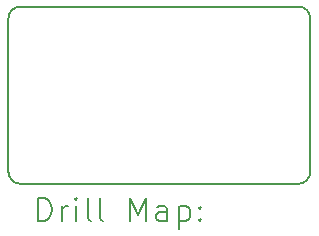
<source format=gbr>
%FSLAX45Y45*%
G04 Gerber Fmt 4.5, Leading zero omitted, Abs format (unit mm)*
G04 Created by KiCad (PCBNEW (6.0.0-0)) date 2022-08-03 15:32:23*
%MOMM*%
%LPD*%
G01*
G04 APERTURE LIST*
%TA.AperFunction,Profile*%
%ADD10C,0.150000*%
%TD*%
%ADD11C,0.200000*%
G04 APERTURE END LIST*
D10*
X19480200Y-5222200D02*
X21835000Y-5222200D01*
X21935000Y-5322200D02*
X21935000Y-6622200D01*
X21835000Y-6722200D02*
X19480200Y-6722200D01*
X19380200Y-6622200D02*
X19380200Y-5322200D01*
X21935000Y-5322200D02*
G75*
G03*
X21835000Y-5222200I-100000J0D01*
G01*
X19480200Y-5222200D02*
G75*
G03*
X19380200Y-5322200I0J-100000D01*
G01*
X19380200Y-6622200D02*
G75*
G03*
X19480200Y-6722200I100000J0D01*
G01*
X21835000Y-6722200D02*
G75*
G03*
X21935000Y-6622200I0J100000D01*
G01*
D11*
X19630319Y-7040176D02*
X19630319Y-6840176D01*
X19677938Y-6840176D01*
X19706510Y-6849700D01*
X19725557Y-6868748D01*
X19735081Y-6887795D01*
X19744605Y-6925890D01*
X19744605Y-6954462D01*
X19735081Y-6992557D01*
X19725557Y-7011605D01*
X19706510Y-7030652D01*
X19677938Y-7040176D01*
X19630319Y-7040176D01*
X19830319Y-7040176D02*
X19830319Y-6906843D01*
X19830319Y-6944938D02*
X19839843Y-6925890D01*
X19849367Y-6916367D01*
X19868414Y-6906843D01*
X19887462Y-6906843D01*
X19954129Y-7040176D02*
X19954129Y-6906843D01*
X19954129Y-6840176D02*
X19944605Y-6849700D01*
X19954129Y-6859224D01*
X19963652Y-6849700D01*
X19954129Y-6840176D01*
X19954129Y-6859224D01*
X20077938Y-7040176D02*
X20058890Y-7030652D01*
X20049367Y-7011605D01*
X20049367Y-6840176D01*
X20182700Y-7040176D02*
X20163652Y-7030652D01*
X20154129Y-7011605D01*
X20154129Y-6840176D01*
X20411271Y-7040176D02*
X20411271Y-6840176D01*
X20477938Y-6983033D01*
X20544605Y-6840176D01*
X20544605Y-7040176D01*
X20725557Y-7040176D02*
X20725557Y-6935414D01*
X20716033Y-6916367D01*
X20696986Y-6906843D01*
X20658890Y-6906843D01*
X20639843Y-6916367D01*
X20725557Y-7030652D02*
X20706510Y-7040176D01*
X20658890Y-7040176D01*
X20639843Y-7030652D01*
X20630319Y-7011605D01*
X20630319Y-6992557D01*
X20639843Y-6973509D01*
X20658890Y-6963986D01*
X20706510Y-6963986D01*
X20725557Y-6954462D01*
X20820795Y-6906843D02*
X20820795Y-7106843D01*
X20820795Y-6916367D02*
X20839843Y-6906843D01*
X20877938Y-6906843D01*
X20896986Y-6916367D01*
X20906510Y-6925890D01*
X20916033Y-6944938D01*
X20916033Y-7002081D01*
X20906510Y-7021128D01*
X20896986Y-7030652D01*
X20877938Y-7040176D01*
X20839843Y-7040176D01*
X20820795Y-7030652D01*
X21001748Y-7021128D02*
X21011271Y-7030652D01*
X21001748Y-7040176D01*
X20992224Y-7030652D01*
X21001748Y-7021128D01*
X21001748Y-7040176D01*
X21001748Y-6916367D02*
X21011271Y-6925890D01*
X21001748Y-6935414D01*
X20992224Y-6925890D01*
X21001748Y-6916367D01*
X21001748Y-6935414D01*
M02*

</source>
